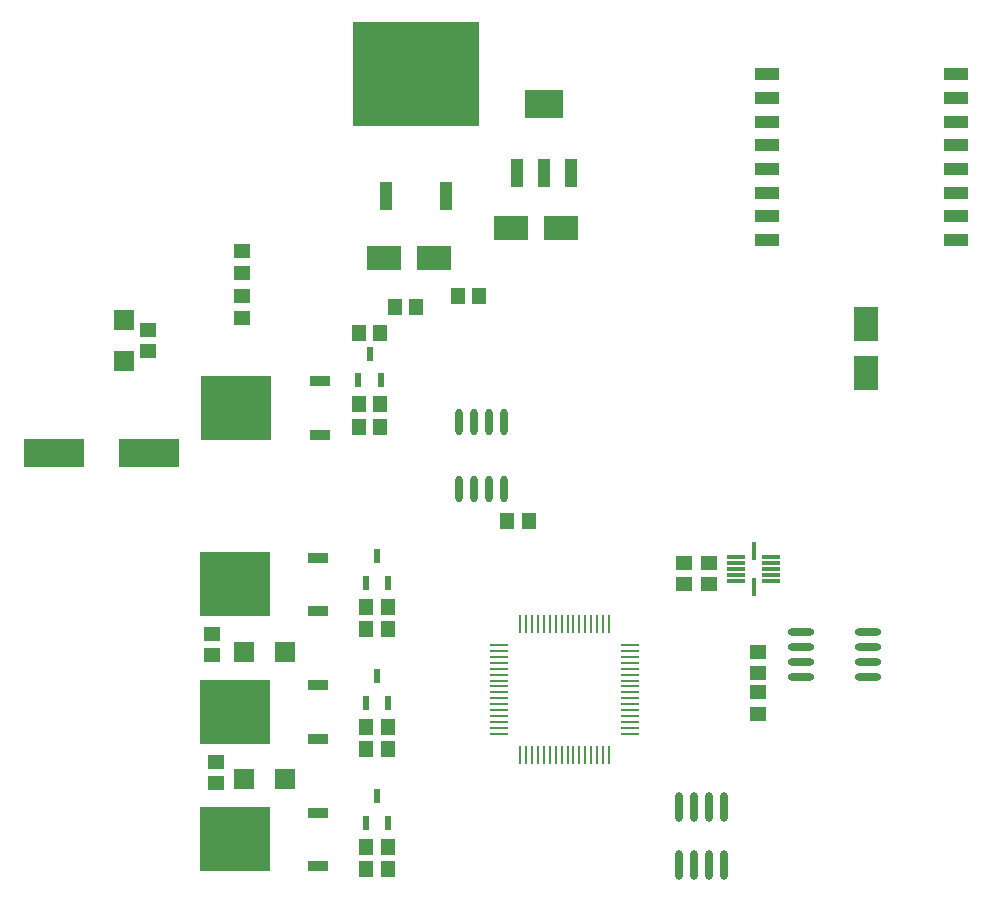
<source format=gtp>
%FSLAX25Y25*%
%MOIN*%
G70*
G01*
G75*
G04 Layer_Color=8421504*
%ADD10R,0.04134X0.09449*%
%ADD11R,0.41929X0.35039*%
%ADD12R,0.01181X0.05906*%
%ADD13R,0.05906X0.01181*%
%ADD14R,0.04724X0.05512*%
%ADD15R,0.07874X0.03937*%
%ADD16O,0.02756X0.09843*%
%ADD17R,0.02362X0.04528*%
%ADD18R,0.11221X0.08465*%
%ADD19R,0.08465X0.11221*%
%ADD20R,0.12992X0.09449*%
%ADD21R,0.03937X0.09449*%
%ADD22O,0.02362X0.08858*%
%ADD23O,0.08858X0.02362*%
%ADD24R,0.06693X0.06693*%
%ADD25R,0.05512X0.04724*%
%ADD26R,0.06693X0.06693*%
%ADD27O,0.00984X0.06102*%
%ADD28O,0.06102X0.00984*%
%ADD29R,0.23228X0.21654*%
%ADD30R,0.07087X0.03543*%
%ADD31R,0.20276X0.09252*%
%ADD32C,0.01000*%
%ADD33C,0.02500*%
%ADD34C,0.02000*%
%ADD35C,0.05000*%
%ADD36C,0.15000*%
%ADD37C,0.10000*%
%ADD38C,0.01500*%
%ADD39C,0.07874*%
%ADD40C,0.06299*%
%ADD41R,0.05906X0.05906*%
%ADD42C,0.05906*%
%ADD43C,0.11000*%
%ADD44C,0.15748*%
%ADD45R,0.05906X0.05906*%
%ADD46C,0.03937*%
%ADD47C,0.07284*%
%ADD48R,0.07284X0.07284*%
%ADD49O,0.07874X0.03937*%
%ADD50O,0.07874X0.03937*%
%ADD51C,0.11811*%
%ADD52C,0.04724*%
%ADD53R,0.07874X0.07874*%
%ADD54C,0.07874*%
%ADD55C,0.06693*%
%ADD56C,0.09000*%
%ADD57C,0.02000*%
%ADD58C,0.04000*%
%ADD59C,0.01800*%
%ADD60C,0.05000*%
%ADD61C,0.06000*%
%ADD62C,0.03800*%
%ADD63C,0.02500*%
%ADD64C,0.03600*%
%ADD65C,0.15000*%
%ADD66R,0.11811X0.11811*%
%ADD67C,0.02362*%
%ADD68C,0.00984*%
%ADD69C,0.00787*%
%ADD70C,0.00800*%
D10*
X150610Y289429D02*
D03*
X170610D02*
D03*
D11*
X160610Y330177D02*
D03*
D12*
X273110Y159201D02*
D03*
Y171201D02*
D03*
D13*
X279016Y161201D02*
D03*
Y163169D02*
D03*
Y165138D02*
D03*
Y167106D02*
D03*
Y169075D02*
D03*
X267205D02*
D03*
Y167106D02*
D03*
Y165138D02*
D03*
Y163169D02*
D03*
Y161201D02*
D03*
D14*
X198054Y181301D02*
D03*
X190967D02*
D03*
X144016Y152500D02*
D03*
X151102D02*
D03*
X148454Y243701D02*
D03*
X141367D02*
D03*
X141516Y220000D02*
D03*
X148602D02*
D03*
X144016Y112500D02*
D03*
X151102D02*
D03*
X144016Y72500D02*
D03*
X151102D02*
D03*
X160454Y252501D02*
D03*
X153367D02*
D03*
X174567Y256201D02*
D03*
X181654D02*
D03*
X144016Y145000D02*
D03*
X151102D02*
D03*
X141516Y212500D02*
D03*
X148602D02*
D03*
X144016Y65000D02*
D03*
X151102D02*
D03*
X144016Y105000D02*
D03*
X151102D02*
D03*
D15*
X277559Y330000D02*
D03*
Y322126D02*
D03*
Y314252D02*
D03*
Y306378D02*
D03*
Y298504D02*
D03*
Y290630D02*
D03*
Y282756D02*
D03*
Y274882D02*
D03*
X340551D02*
D03*
Y282756D02*
D03*
Y290630D02*
D03*
Y298504D02*
D03*
Y306378D02*
D03*
Y314252D02*
D03*
Y322126D02*
D03*
Y330000D02*
D03*
D16*
X263110Y85847D02*
D03*
X258110D02*
D03*
X253110D02*
D03*
X248110D02*
D03*
X263110Y66555D02*
D03*
X258110D02*
D03*
X253110D02*
D03*
X248110D02*
D03*
D17*
X143819Y160571D02*
D03*
X151299D02*
D03*
X147559Y169429D02*
D03*
X141319Y228071D02*
D03*
X148799D02*
D03*
X145059Y236929D02*
D03*
X143819Y120571D02*
D03*
X151299D02*
D03*
X147559Y129429D02*
D03*
X143819Y80571D02*
D03*
X151299D02*
D03*
X147559Y89429D02*
D03*
D18*
X166378Y268701D02*
D03*
X149843D02*
D03*
X208878Y278701D02*
D03*
X192343D02*
D03*
D19*
X310610Y230433D02*
D03*
Y246969D02*
D03*
D20*
X203110Y320118D02*
D03*
D21*
X212165Y297284D02*
D03*
X203110D02*
D03*
X194055D02*
D03*
D22*
X190010Y214121D02*
D03*
X185010D02*
D03*
X180010D02*
D03*
X175010D02*
D03*
X190010Y191680D02*
D03*
X185010D02*
D03*
X180010D02*
D03*
X175010D02*
D03*
D23*
X311331Y129001D02*
D03*
Y134001D02*
D03*
Y139001D02*
D03*
Y144001D02*
D03*
X288890Y129001D02*
D03*
Y134001D02*
D03*
Y139001D02*
D03*
Y144001D02*
D03*
D24*
X116910Y137500D02*
D03*
X103209D02*
D03*
X116910Y95000D02*
D03*
X103209D02*
D03*
D25*
X92559Y143543D02*
D03*
Y136457D02*
D03*
X71310Y237757D02*
D03*
Y244844D02*
D03*
X93710Y100844D02*
D03*
Y93757D02*
D03*
X102559Y248957D02*
D03*
Y256043D02*
D03*
X249710Y167244D02*
D03*
Y160158D02*
D03*
X258110Y167244D02*
D03*
Y160158D02*
D03*
X102559Y263957D02*
D03*
Y271043D02*
D03*
X274510Y124044D02*
D03*
Y116957D02*
D03*
X274510Y130558D02*
D03*
Y137644D02*
D03*
D26*
X63110Y234350D02*
D03*
Y248051D02*
D03*
D27*
X224823Y103248D02*
D03*
X222854D02*
D03*
X220886D02*
D03*
X218917D02*
D03*
X216949D02*
D03*
X214980D02*
D03*
X213012D02*
D03*
X211043D02*
D03*
X209075D02*
D03*
X207106D02*
D03*
X205138D02*
D03*
X203169D02*
D03*
X201201D02*
D03*
X199232D02*
D03*
X197264D02*
D03*
X195295D02*
D03*
Y146752D02*
D03*
X197264D02*
D03*
X199232D02*
D03*
X201201D02*
D03*
X203169D02*
D03*
X205138D02*
D03*
X207106D02*
D03*
X209075D02*
D03*
X211043D02*
D03*
X213012D02*
D03*
X214980D02*
D03*
X216949D02*
D03*
X218917D02*
D03*
X220886D02*
D03*
X222854D02*
D03*
X224823D02*
D03*
D28*
X188307Y110236D02*
D03*
Y112205D02*
D03*
Y114173D02*
D03*
Y116142D02*
D03*
Y118110D02*
D03*
Y120079D02*
D03*
Y122047D02*
D03*
Y124016D02*
D03*
Y125984D02*
D03*
Y127953D02*
D03*
Y129921D02*
D03*
Y131890D02*
D03*
Y133858D02*
D03*
Y135827D02*
D03*
Y137795D02*
D03*
Y139764D02*
D03*
X231811D02*
D03*
Y137795D02*
D03*
Y135827D02*
D03*
Y133858D02*
D03*
Y131890D02*
D03*
Y129921D02*
D03*
Y127953D02*
D03*
Y125984D02*
D03*
Y124016D02*
D03*
Y122047D02*
D03*
Y120079D02*
D03*
Y118110D02*
D03*
Y116142D02*
D03*
Y114173D02*
D03*
Y112205D02*
D03*
Y110236D02*
D03*
D29*
X100020Y75000D02*
D03*
Y117500D02*
D03*
Y160000D02*
D03*
X100571Y218701D02*
D03*
D30*
X127972Y83976D02*
D03*
Y66024D02*
D03*
Y126476D02*
D03*
Y108524D02*
D03*
Y168976D02*
D03*
Y151024D02*
D03*
X128524Y227677D02*
D03*
Y209724D02*
D03*
D31*
X71358Y203701D02*
D03*
X39862D02*
D03*
M02*

</source>
